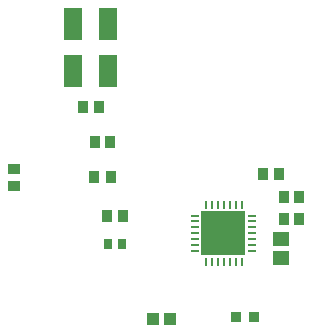
<source format=gbp>
G04 Layer_Color=16770453*
%FSLAX24Y24*%
%MOIN*%
G70*
G01*
G75*
%ADD14R,0.0413X0.0394*%
%ADD53R,0.0591X0.1102*%
%ADD54R,0.0354X0.0394*%
%ADD55R,0.0374X0.0413*%
%ADD56R,0.0433X0.0354*%
%ADD57R,0.0571X0.0512*%
%ADD58R,0.0315X0.0354*%
%ADD59R,0.0354X0.0354*%
%ADD60O,0.0315X0.0098*%
%ADD61O,0.0098X0.0315*%
%ADD62R,0.1457X0.1457*%
D14*
X13681Y30709D02*
D03*
X13091D02*
D03*
D53*
X10433Y40551D02*
D03*
X11614D02*
D03*
X10433Y38976D02*
D03*
X11614D02*
D03*
D54*
X10758Y37795D02*
D03*
X11289D02*
D03*
X11152Y36614D02*
D03*
X11683D02*
D03*
X11575Y34154D02*
D03*
X12087D02*
D03*
X17313Y35531D02*
D03*
X16782D02*
D03*
X17461Y34783D02*
D03*
X17972D02*
D03*
X17451Y34055D02*
D03*
X17982D02*
D03*
D55*
X11132Y35433D02*
D03*
X11703D02*
D03*
D56*
X8465Y35728D02*
D03*
Y35138D02*
D03*
D57*
X17382Y33376D02*
D03*
Y32746D02*
D03*
D58*
X12067Y33228D02*
D03*
X11594D02*
D03*
D59*
X15866Y30768D02*
D03*
X16457D02*
D03*
D60*
X16417Y34163D02*
D03*
Y33967D02*
D03*
Y33770D02*
D03*
Y33573D02*
D03*
Y33376D02*
D03*
Y33179D02*
D03*
Y32982D02*
D03*
X14508D02*
D03*
Y33179D02*
D03*
Y33376D02*
D03*
Y33573D02*
D03*
Y33770D02*
D03*
Y33967D02*
D03*
Y34163D02*
D03*
D61*
X16053Y32618D02*
D03*
X15856D02*
D03*
X15659D02*
D03*
X15463D02*
D03*
X15266D02*
D03*
X15069D02*
D03*
X14872D02*
D03*
Y34528D02*
D03*
X15069D02*
D03*
X15266D02*
D03*
X15463D02*
D03*
X15659D02*
D03*
X15856D02*
D03*
X16053D02*
D03*
D62*
X15450Y33573D02*
D03*
M02*

</source>
